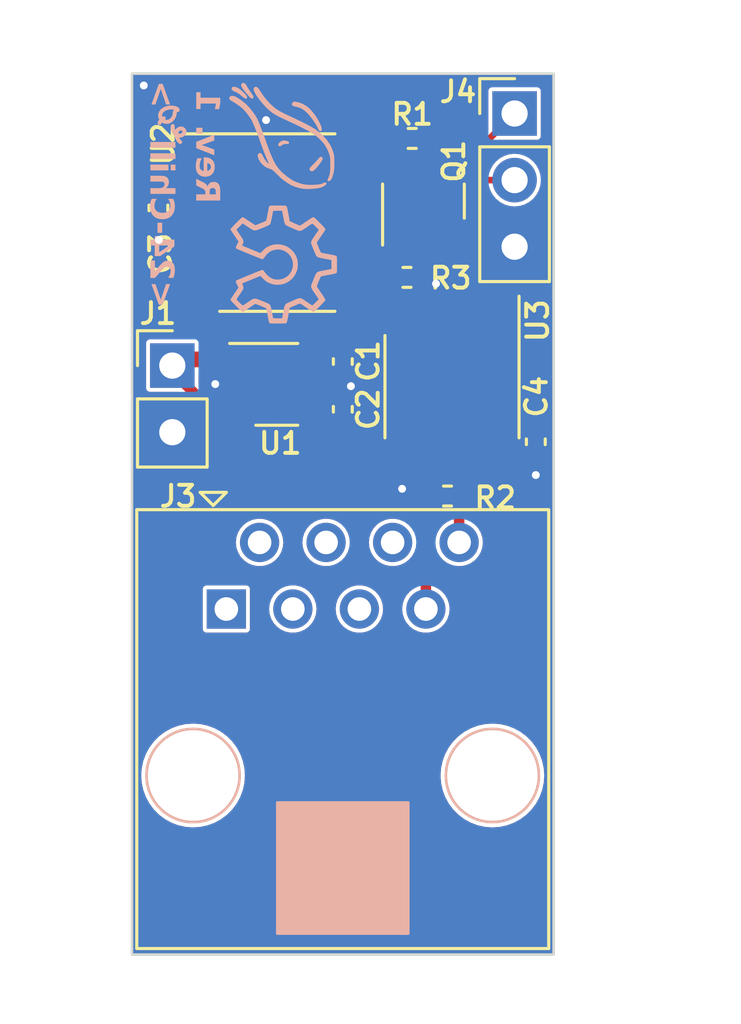
<source format=kicad_pcb>
(kicad_pcb (version 20221018) (generator pcbnew)
  (layers (0 "F.Cu" signal) (31 "B.Cu" signal) (34 "B.Paste" user) (35 "F.Paste" user) (36 "B.SilkS" user "B.Silkscreen") (37 "F.SilkS" user "F.Silkscreen") (38 "B.Mask" user) (39 "F.Mask" user) (44 "Edge.Cuts" user))
  (net 0 "")
  (net 1 "+3V3")
  (net 2 "GND")
  (net 3 "Net-(U1-BP)")
  (net 4 "+5V")
  (net 5 "/SWCLK")
  (net 6 "/SWDIO")
  (net 7 "/RS422+")
  (net 8 "/RS422-")
  (net 13 "/SERVO_OUT_MCU")
  (net 14 "/SERVO_OUT")
  (net 21 "/UART_TX")
  (net 22 "/UART_RX")
  (net 23 "/MAX487_RE")
  (net 24 "/MAX487_DE")
  (footprint "Resistor_SMD:R_0402_1005Metric" (layer "F.Cu") (at 77.2 50.93 180)
    (fp_text reference "R2" (at -1.82 -0.07) (layer "F.SilkS") (effects (font (size 0.8 0.8))))
    (fp_text value "120")
    (pad "1" smd roundrect (at -0.51 0 180) (size 0.54 0.64) (layers "F.Cu" "F.Paste" "F.Mask") (net 8 "/RS422-"))
    (pad "2" smd roundrect (at 0.51 0 180) (size 0.54 0.64) (layers "F.Cu" "F.Paste" "F.Mask") (net 7 "/RS422+"))
  )
  (footprint "Capacitor_SMD:C_0402_1005Metric" (layer "F.Cu") (at 80.57 48.86 -90)
    (fp_text reference "C4" (at -1.72 -0.02 90) (layer "F.SilkS") (effects (font (size 0.8 0.8))))
    (fp_text value "100n")
    (pad "1" smd roundrect (at -0.48 0 270) (size 0.56 0.62) (layers "F.Cu" "F.Paste" "F.Mask") (net 4 "+5V"))
    (pad "2" smd roundrect (at 0.48 0 270) (size 0.56 0.62) (layers "F.Cu" "F.Paste" "F.Mask") (net 2 "GND"))
  )
  (footprint "Case_footprints:TestPoints_1x04_P2.0" (layer "F.Cu") (at 70.49 35.81)
    (fp_text reference "J2" hide)
    (fp_text value "Conn_01x04")
    (pad "1" smd circle (at -3 0) (size 1.4 1.4) (layers "F.Cu" "F.Paste" "F.Mask") (net 1 "+3V3"))
    (pad "2" smd circle (at -1 0) (size 1.4 1.4) (layers "F.Cu" "F.Paste" "F.Mask") (net 2 "GND"))
    (pad "3" smd circle (at 1 0) (size 1.4 1.4) (layers "F.Cu" "F.Paste" "F.Mask") (net 5 "/SWCLK"))
    (pad "4" smd circle (at 3 0) (size 1.4 1.4) (layers "F.Cu" "F.Paste" "F.Mask") (net 6 "/SWDIO"))
  )
  (footprint "Capacitor_SMD:C_0402_1005Metric" (layer "F.Cu") (at 66.16 39.94 -90)
    (fp_text reference "C3" (at 1.75 -0.08 90) (layer "F.SilkS") (effects (font (size 0.8 0.8))))
    (fp_text value "100n")
    (pad "1" smd roundrect (at -0.48 0 270) (size 0.56 0.62) (layers "F.Cu" "F.Paste" "F.Mask") (net 1 "+3V3"))
    (pad "2" smd roundrect (at 0.48 0 270) (size 0.56 0.62) (layers "F.Cu" "F.Paste" "F.Mask") (net 2 "GND"))
  )
  (footprint "Package_TO_SOT_SMD:SOT-23" (layer "F.Cu") (at 76.28 39.68 90)
    (fp_text reference "Q1" (at 1.52 1.16 90) (layer "F.SilkS") (effects (font (size 0.8 0.8))))
    (fp_text value "2N7002")
    (pad "1" smd roundrect (at -0.9375 -0.95 90) (size 1.475 0.6) (layers "F.Cu" "F.Paste" "F.Mask") (net 13 "/SERVO_OUT_MCU"))
    (pad "2" smd roundrect (at -0.9375 0.95 90) (size 1.475 0.6) (layers "F.Cu" "F.Paste" "F.Mask") (net 2 "GND"))
    (pad "3" smd roundrect (at 0.9375 0 90) (size 1.475 0.6) (layers "F.Cu" "F.Paste" "F.Mask") (net 14 "/SERVO_OUT"))
  )
  (footprint "Capacitor_SMD:C_0402_1005Metric" (layer "F.Cu") (at 73.2 47.62 90)
    (fp_text reference "C2" (at 0 0.97 90) (layer "F.SilkS") (effects (font (size 0.8 0.8))))
    (fp_text value "10n")
    (pad "1" smd roundrect (at -0.48 0 90) (size 0.56 0.62) (layers "F.Cu" "F.Paste" "F.Mask") (net 3 "Net-(U1-BP)"))
    (pad "2" smd roundrect (at 0.48 0 90) (size 0.56 0.62) (layers "F.Cu" "F.Paste" "F.Mask") (net 2 "GND"))
  )
  (footprint "Connector_PinHeader_2.54mm:PinHeader_1x03_P2.54mm_Vertical" (layer "F.Cu") (at 79.76 36.34)
    (fp_text reference "J4" (at -2.16 -0.83) (layer "F.SilkS") (effects (font (size 0.8 0.8))))
    (fp_text value "Conn_01x03")
    (pad "1" thru_hole rect (at 0 0) (size 1.7 1.7) (drill 1) (layers "*.Cu" "*.Mask") (net 14 "/SERVO_OUT"))
    (pad "2" thru_hole oval (at 0 2.54) (size 1.7 1.7) (drill 1) (layers "*.Cu" "*.Mask") (net 4 "+5V"))
    (pad "3" thru_hole oval (at 0 5.08) (size 1.7 1.7) (drill 1) (layers "*.Cu" "*.Mask") (net 2 "GND"))
  )
  (footprint "Package_TO_SOT_SMD:SOT-23-5" (layer "F.Cu") (at 70.68 46.67)
    (fp_text reference "U1" (at 0.13 2.25) (layer "F.SilkS") (effects (font (size 0.8 0.8))))
    (fp_text value "SPX3819M5-L-3-3")
    (pad "1" smd roundrect (at -1.1375 -0.95) (size 1.325 0.6) (layers "F.Cu" "F.Paste" "F.Mask") (net 4 "+5V"))
    (pad "2" smd roundrect (at -1.1375 0) (size 1.325 0.6) (layers "F.Cu" "F.Paste" "F.Mask") (net 2 "GND"))
    (pad "3" smd roundrect (at -1.1375 0.95) (size 1.325 0.6) (layers "F.Cu" "F.Paste" "F.Mask") (net 4 "+5V"))
    (pad "4" smd roundrect (at 1.1375 0.95) (size 1.325 0.6) (layers "F.Cu" "F.Paste" "F.Mask") (net 3 "Net-(U1-BP)"))
    (pad "5" smd roundrect (at 1.1375 -0.95) (size 1.325 0.6) (layers "F.Cu" "F.Paste" "F.Mask") (net 1 "+3V3"))
  )
  (footprint "Connector_PinHeader_2.54mm:PinHeader_1x02_P2.54mm_Vertical" (layer "F.Cu") (at 66.69 45.955)
    (fp_text reference "J1" (at -0.55 -1.985) (layer "F.SilkS") (effects (font (size 0.8 0.8))))
    (fp_text value "Conn_01x02")
    (pad "1" thru_hole rect (at 0 0) (size 1.7 1.7) (drill 1) (layers "*.Cu" "*.Mask") (net 4 "+5V"))
    (pad "2" thru_hole oval (at 0 2.54) (size 1.7 1.7) (drill 1) (layers "*.Cu" "*.Mask") (net 2 "GND"))
  )
  (footprint "Connector_RJ:RJ45_OST_PJ012-8P8CX_Vertical" (layer "F.Cu") (at 68.7525 55.24)
    (fp_text reference "J3" (at -1.8425 -4.3) (layer "F.SilkS") (effects (font (size 0.8 0.8))))
    (fp_text value "RJ45")
    (pad "" np_thru_hole circle (at -1.27 6.35) (size 3.65 3.65) (drill 3.45) (layers "*.Cu" "*.SilkS" "*.Mask"))
    (pad "" np_thru_hole circle (at 10.16 6.35) (size 3.65 3.65) (drill 3.45) (layers "*.Cu" "*.SilkS" "*.Mask"))
    (pad "1" thru_hole rect (at 0 0) (size 1.5 1.5) (drill 0.9) (layers "*.Cu" "*.Mask"))
    (pad "2" thru_hole circle (at 1.27 -2.54) (size 1.5 1.5) (drill 0.9) (layers "*.Cu" "*.Mask"))
    (pad "3" thru_hole circle (at 2.54 0) (size 1.5 1.5) (drill 0.9) (layers "*.Cu" "*.Mask"))
    (pad "4" thru_hole circle (at 3.81 -2.54) (size 1.5 1.5) (drill 0.9) (layers "*.Cu" "*.Mask"))
    (pad "5" thru_hole circle (at 5.08 0) (size 1.5 1.5) (drill 0.9) (layers "*.Cu" "*.Mask"))
    (pad "6" thru_hole circle (at 6.35 -2.54) (size 1.5 1.5) (drill 0.9) (layers "*.Cu" "*.Mask"))
    (pad "7" thru_hole circle (at 7.62 0) (size 1.5 1.5) (drill 0.9) (layers "*.Cu" "*.Mask") (net 7 "/RS422+"))
    (pad "8" thru_hole circle (at 8.89 -2.54) (size 1.5 1.5) (drill 0.9) (layers "*.Cu" "*.Mask") (net 8 "/RS422-"))
  )
  (footprint "Capacitor_SMD:C_0402_1005Metric" (layer "F.Cu") (at 73.2 45.8 -90)
    (fp_text reference "C1" (at -0.02 -0.97 90) (layer "F.SilkS") (effects (font (size 0.8 0.8))))
    (fp_text value "4.7u")
    (pad "1" smd roundrect (at -0.48 0 270) (size 0.56 0.62) (layers "F.Cu" "F.Paste" "F.Mask") (net 1 "+3V3"))
    (pad "2" smd roundrect (at 0.48 0 270) (size 0.56 0.62) (layers "F.Cu" "F.Paste" "F.Mask") (net 2 "GND"))
  )
  (footprint "Package_SO:SOIC-8_3.9x4.9mm_P1.27mm" (layer "F.Cu") (at 77.37 46.76 -90)
    (fp_text reference "U3" (at -2.52 -3.27 90) (layer "F.SilkS") (effects (font (size 0.8 0.8))))
    (fp_text value "MAX487E")
    (pad "1" smd roundrect (at -2.475 -1.905 270) (size 1.95 0.6) (layers "F.Cu" "F.Paste" "F.Mask") (net 22 "/UART_RX"))
    (pad "2" smd roundrect (at -2.475 -0.635 270) (size 1.95 0.6) (layers "F.Cu" "F.Paste" "F.Mask") (net 23 "/MAX487_RE"))
    (pad "3" smd roundrect (at -2.475 0.635 270) (size 1.95 0.6) (layers "F.Cu" "F.Paste" "F.Mask") (net 24 "/MAX487_DE"))
    (pad "4" smd roundrect (at -2.475 1.905 270) (size 1.95 0.6) (layers "F.Cu" "F.Paste" "F.Mask") (net 21 "/UART_TX"))
    (pad "5" smd roundrect (at 2.475 1.905 270) (size 1.95 0.6) (layers "F.Cu" "F.Paste" "F.Mask") (net 2 "GND"))
    (pad "6" smd roundrect (at 2.475 0.635 270) (size 1.95 0.6) (layers "F.Cu" "F.Paste" "F.Mask") (net 7 "/RS422+"))
    (pad "7" smd roundrect (at 2.475 -0.635 270) (size 1.95 0.6) (layers "F.Cu" "F.Paste" "F.Mask") (net 8 "/RS422-"))
    (pad "8" smd roundrect (at 2.475 -1.905 270) (size 1.95 0.6) (layers "F.Cu" "F.Paste" "F.Mask") (net 4 "+5V"))
  )
  (footprint "Package_SO:TSSOP-20_4.4x6.5mm_P0.65mm" (layer "F.Cu") (at 70.7 40.5)
    (fp_text reference "U2" (at -4.36 -3 90) (layer "F.SilkS") (effects (font (size 0.8 0.8))))
    (fp_text value "STM32G030F6Px")
    (pad "1" smd roundrect (at -2.8625 -2.925) (size 1.475 0.4) (layers "F.Cu" "F.Paste" "F.Mask"))
    (pad "2" smd roundrect (at -2.8625 -2.275) (size 1.475 0.4) (layers "F.Cu" "F.Paste" "F.Mask"))
    (pad "3" smd roundrect (at -2.8625 -1.625) (size 1.475 0.4) (layers "F.Cu" "F.Paste" "F.Mask"))
    (pad "4" smd roundrect (at -2.8625 -0.975) (size 1.475 0.4) (layers "F.Cu" "F.Paste" "F.Mask") (net 1 "+3V3"))
    (pad "5" smd roundrect (at -2.8625 -0.325) (size 1.475 0.4) (layers "F.Cu" "F.Paste" "F.Mask") (net 2 "GND"))
    (pad "6" smd roundrect (at -2.8625 0.325) (size 1.475 0.4) (layers "F.Cu" "F.Paste" "F.Mask"))
    (pad "7" smd roundrect (at -2.8625 0.975) (size 1.475 0.4) (layers "F.Cu" "F.Paste" "F.Mask"))
    (pad "8" smd roundrect (at -2.8625 1.625) (size 1.475 0.4) (layers "F.Cu" "F.Paste" "F.Mask"))
    (pad "9" smd roundrect (at -2.8625 2.275) (size 1.475 0.4) (layers "F.Cu" "F.Paste" "F.Mask") (net 21 "/UART_TX"))
    (pad "10" smd roundrect (at -2.8625 2.925) (size 1.475 0.4) (layers "F.Cu" "F.Paste" "F.Mask") (net 22 "/UART_RX"))
    (pad "11" smd roundrect (at 2.8625 2.925) (size 1.475 0.4) (layers "F.Cu" "F.Paste" "F.Mask") (net 24 "/MAX487_DE"))
    (pad "12" smd roundrect (at 2.8625 2.275) (size 1.475 0.4) (layers "F.Cu" "F.Paste" "F.Mask") (net 23 "/MAX487_RE"))
    (pad "13" smd roundrect (at 2.8625 1.625) (size 1.475 0.4) (layers "F.Cu" "F.Paste" "F.Mask"))
    (pad "14" smd roundrect (at 2.8625 0.975) (size 1.475 0.4) (layers "F.Cu" "F.Paste" "F.Mask") (net 13 "/SERVO_OUT_MCU"))
    (pad "15" smd roundrect (at 2.8625 0.325) (size 1.475 0.4) (layers "F.Cu" "F.Paste" "F.Mask"))
    (pad "16" smd roundrect (at 2.8625 -0.325) (size 1.475 0.4) (layers "F.Cu" "F.Paste" "F.Mask"))
    (pad "17" smd roundrect (at 2.8625 -0.975) (size 1.475 0.4) (layers "F.Cu" "F.Paste" "F.Mask"))
    (pad "18" smd roundrect (at 2.8625 -1.625) (size 1.475 0.4) (layers "F.Cu" "F.Paste" "F.Mask") (net 6 "/SWDIO"))
    (pad "19" smd roundrect (at 2.8625 -2.275) (size 1.475 0.4) (layers "F.Cu" "F.Paste" "F.Mask") (net 5 "/SWCLK"))
    (pad "20" smd roundrect (at 2.8625 -2.925) (size 1.475 0.4) (layers "F.Cu" "F.Paste" "F.Mask"))
  )
  (footprint "Resistor_SMD:R_0402_1005Metric" (layer "F.Cu") (at 75.85 37.29)
    (fp_text reference "R1" (at 0 -0.92) (layer "F.SilkS") (effects (font (size 0.8 0.8))))
    (fp_text value "4.7k")
    (pad "1" smd roundrect (at -0.51 0) (size 0.54 0.64) (layers "F.Cu" "F.Paste" "F.Mask") (net 4 "+5V"))
    (pad "2" smd roundrect (at 0.51 0) (size 0.54 0.64) (layers "F.Cu" "F.Paste" "F.Mask") (net 14 "/SERVO_OUT"))
  )
  (footprint "Resistor_SMD:R_0402_1005Metric" (layer "F.Cu") (at 75.65 42.59)
    (fp_text reference "R3" (at 1.67 0.03) (layer "F.SilkS") (effects (font (size 0.8 0.8))))
    (fp_text value "1M")
    (pad "1" smd roundrect (at -0.51 0) (size 0.54 0.64) (layers "F.Cu" "F.Paste" "F.Mask") (net 24 "/MAX487_DE"))
    (pad "2" smd roundrect (at 0.51 0) (size 0.54 0.64) (layers "F.Cu" "F.Paste" "F.Mask") (net 2 "GND"))
  )
  (footprint "LOGO" (layer "B.Cu") (at 70.95 42.1 90)
    (fp_text reference "G***" hide)
    (fp_text value "LOGO" hide)
  )
  (footprint "LOGO" (layer "B.Cu") (at 70.79 37.14 90)
    (fp_text reference "G***" hide)
    (fp_text value "LOGO" hide)
  )
  (gr_arc (start 66.989164 37.426374) (mid 66.874205 37.26303) (end 66.851094 37.064629) (stroke (width 0.15)) (layer "B.SilkS"))
  (gr_arc (start 66.520172 36.651041) (mid 66.249174 36.52374) (end 66.311995 36.230997) (stroke (width 0.15)) (layer "B.SilkS"))
  (gr_arc (start 66.761094 37.064629) (mid 66.718526 36.943221) (end 66.705556 36.815223) (stroke (width 0.15)) (layer "B.SilkS"))
  (gr_arc (start 66.341995 36.200997) (mid 66.601392 36.112412) (end 66.870615 36.163923) (stroke (width 0.15)) (layer "B.SilkS"))
  (gr_arc (start 66.779165 36.350283) (mid 66.693853 36.547148) (end 66.511995 36.660997) (stroke (width 0.15)) (layer "B.SilkS"))
  (gr_arc (start 66.2 36.7) (mid 66.268754 36.599418) (end 66.361995 36.520997) (stroke (width 0.15)) (layer "B.SilkS"))
  (gr_arc (start 66.781995 36.320997) (mid 66.815383 36.240368) (end 66.896012 36.20698) (stroke (width 0.15)) (layer "B.SilkS"))
  (gr_rect (start 70.7 62.62) (end 75.7 67.62) (stroke (width 0.1)) (fill solid) (layer "B.SilkS"))
  (gr_arc (start 66.851094 37.042148) (mid 66.933058 36.937503) (end 67.063998 36.91463) (stroke (width 0.15)) (layer "B.SilkS"))
  (gr_arc (start 67.091094 37.144629) (mid 66.917674 37.182369) (end 66.771995 37.080997) (stroke (width 0.15)) (layer "B.SilkS"))
  (gr_arc (start 67.071094 36.92463) (mid 67.154073 37.019044) (end 67.099755 37.132398) (stroke (width 0.15)) (layer "B.SilkS"))
  (gr_rect (start 65.15 34.82) (end 81.25 68.42) (stroke (width 0.1)) (fill none) (layer "Edge.Cuts"))
  (gr_text "<24-Chill" (at 65.7 37.32 270) (layer "B.SilkS") (effects (font (size 0.9 0.9) (thickness 0.18) bold) (justify right bottom mirror)))
  (gr_text ">" (at 65.7 36.13 270) (layer "B.SilkS") (effects (font (size 0.9 0.9) (thickness 0.18) bold) (justify left bottom mirror)))
  (gr_text "Rev. 1" (at 67.45 35.44 -90) (layer "B.SilkS") (effects (font (size 0.9 0.9) (thickness 0.18) bold) (justify right bottom mirror)))
  (segment (start 73.2 44.89) (end 73.01 44.7) (width 0.25) (layer "F.Cu") (net 1))
  (segment (start 65.575 40.045) (end 66.16 39.46) (width 0.25) (layer "F.Cu") (net 1))
  (segment (start 68.8 37.12) (end 68.8 39.11239) (width 0.15) (layer "F.Cu") (net 1))
  (segment (start 67.49 35.81) (end 68.8 37.12) (width 0.15) (layer "F.Cu") (net 1))
  (segment (start 68.38739 39.525) (end 67.8375 39.525) (width 0.15) (layer "F.Cu") (net 1))
  (segment (start 73.2 45.32) (end 73.04 45.48) (width 0.4) (layer "F.Cu") (net 1))
  (segment (start 68.8 39.11239) (end 68.38739 39.525) (width 0.15) (layer "F.Cu") (net 1))
  (segment (start 65.575 42.733102) (end 65.575 40.045) (width 0.25) (layer "F.Cu") (net 1))
  (segment (start 72.0575 45.48) (end 71.8175 45.72) (width 0.4) (layer "F.Cu") (net 1))
  (segment (start 73.2 45.32) (end 73.2 44.89) (width 0.25) (layer "F.Cu") (net 1))
  (segment (start 73.01 44.7) (end 67.541898 44.7) (width 0.25) (layer "F.Cu") (net 1))
  (segment (start 73.04 45.48) (end 72.0575 45.48) (width 0.4) (layer "F.Cu") (net 1))
  (segment (start 66.225 39.525) (end 66.16 39.46) (width 0.25) (layer "F.Cu") (net 1))
  (segment (start 67.8375 39.525) (end 66.225 39.525) (width 0.25) (layer "F.Cu") (net 1))
  (segment (start 67.541898 44.7) (end 65.575 42.733102) (width 0.25) (layer "F.Cu") (net 1))
  (segment (start 66.16 40.42) (end 66.16 41.14) (width 0.25) (layer "F.Cu") (net 2))
  (segment (start 77.23 40.87) (end 77.23 40.6175) (width 0.4) (layer "F.Cu") (net 2))
  (segment (start 68.34 46.67) (end 68.33 46.66) (width 0.4) (layer "F.Cu") (net 2))
  (segment (start 69.5425 46.67) (end 68.34 46.67) (width 0.4) (layer "F.Cu") (net 2))
  (segment (start 66.16 41.14) (end 66.18 41.16) (width 0.25) (layer "F.Cu") (net 2))
  (segment (start 76.76 42.83) (end 76.41 42.83) (width 0.15) (layer "F.Cu") (net 2))
  (segment (start 73.2 46.28) (end 73.2 47.14) (width 0.4) (layer "F.Cu") (net 2))
  (segment (start 80.57 49.34) (end 80.57 50.13) (width 0.4) (layer "F.Cu") (net 2))
  (segment (start 75.465 50.655) (end 75.465 49.235) (width 0.4) (layer "F.Cu") (net 2))
  (segment (start 79.76 41.42) (end 77.78 41.42) (width 0.4) (layer "F.Cu") (net 2))
  (segment (start 66.405 40.175) (end 67.8375 40.175) (width 0.25) (layer "F.Cu") (net 2))
  (segment (start 77.78 41.42) (end 77.23 40.87) (width 0.4) (layer "F.Cu") (net 2))
  (segment (start 66.16 40.42) (end 66.405 40.175) (width 0.25) (layer "F.Cu") (net 2))
  (segment (start 69.49 35.81) (end 70.27 36.59) (width 0.15) (layer "F.Cu") (net 2))
  (segment (start 76.41 42.83) (end 76.17 42.59) (width 0.15) (layer "F.Cu") (net 2))
  (via (at 68.33 46.66) (size 0.6) (drill 0.3) (layers "F.Cu" "B.Cu") (net 2))
  (via (at 70.27 36.59) (size 0.6) (drill 0.3) (layers "F.Cu" "B.Cu") (net 2))
  (via (at 66.18 41.16) (size 0.6) (drill 0.3) (layers "F.Cu" "B.Cu") (net 2))
  (via (at 73.51 46.74) (size 0.6) (drill 0.3) (layers "F.Cu" "B.Cu") (net 2))
  (via (at 76.76 42.83) (size 0.6) (drill 0.3) (layers "F.Cu" "B.Cu") (net 2))
  (via (at 75.465 50.655) (size 0.6) (drill 0.3) (layers "F.Cu" "B.Cu") (net 2))
  (via (at 80.57 50.13) (size 0.6) (drill 0.3) (layers "F.Cu" "B.Cu") (net 2))
  (via (at 65.6 35.27) (size 0.6) (drill 0.3) (layers "F.Cu" "B.Cu") (net 2))
  (segment (start 72.0875 47.89) (end 72.99 47.89) (width 0.4) (layer "F.Cu") (net 3))
  (segment (start 72.99 47.89) (end 73.2 48.1) (width 0.4) (layer "F.Cu") (net 3))
  (segment (start 71.8175 47.62) (end 72.0875 47.89) (width 0.4) (layer "F.Cu") (net 3))
  (segment (start 79.275 48.705) (end 79.275 49.235) (width 0.4) (layer "F.Cu") (net 4))
  (segment (start 66.69 45.955) (end 66.69 46.17) (width 0.4) (layer "F.Cu") (net 4))
  (segment (start 70.655 47.165) (end 70.2 47.62) (width 0.6) (layer "F.Cu") (net 4))
  (segment (start 66.69 46.17) (end 69.36 48.84) (width 0.4) (layer "F.Cu") (net 4))
  (segment (start 76.655 41.385196) (end 78.289804 43.02) (width 0.25) (layer "F.Cu") (net 4))
  (segment (start 75.905 39.849804) (end 76.655 39.849804) (width 0.25) (layer "F.Cu") (net 4))
  (segment (start 75.34 37.29) (end 75.34 39.284804) (width 0.25) (layer "F.Cu") (net 4))
  (segment (start 79.6 48.38) (end 79.275 48.705) (width 0.4) (layer "F.Cu") (net 4))
  (segment (start 66.925 45.72) (end 69.5425 45.72) (width 0.6) (layer "F.Cu") (net 4))
  (segment (start 77.624804 38.88) (end 79.76 38.88) (width 0.25) (layer "F.Cu") (net 4))
  (segment (start 76.655 39.849804) (end 77.624804 38.88) (width 0.25) (layer "F.Cu") (net 4))
  (segment (start 79.67 43.02) (end 80.14 43.49) (width 0.25) (layer "F.Cu") (net 4))
  (segment (start 80.57 47.84) (end 80.57 48.38) (width 0.4) (layer "F.Cu") (net 4))
  (segment (start 80.57 48.38) (end 79.6 48.38) (width 0.4) (layer "F.Cu") (net 4))
  (segment (start 80.14 43.49) (end 80.14 47.41) (width 0.25) (layer "F.Cu") (net 4))
  (segment (start 75.34 39.284804) (end 75.905 39.849804) (width 0.25) (layer "F.Cu") (net 4))
  (segment (start 76.655 39.849804) (end 76.655 41.385196) (width 0.25) (layer "F.Cu") (net 4))
  (segment (start 69.36 48.84) (end 74.173738 48.84) (width 0.4) (layer "F.Cu") (net 4))
  (segment (start 74.173738 48.84) (end 75.603738 47.41) (width 0.4) (layer "F.Cu") (net 4))
  (segment (start 78.289804 43.02) (end 79.67 43.02) (width 0.25) (layer "F.Cu") (net 4))
  (segment (start 66.69 45.955) (end 66.925 45.72) (width 0.6) (layer "F.Cu") (net 4))
  (segment (start 69.5425 45.72) (end 70.204999 45.72) (width 0.6) (layer "F.Cu") (net 4))
  (segment (start 70.2 47.62) (end 69.5425 47.62) (width 0.6) (layer "F.Cu") (net 4))
  (segment (start 70.204999 45.72) (end 70.655 46.170001) (width 0.6) (layer "F.Cu") (net 4))
  (segment (start 75.603738 47.41) (end 80.14 47.41) (width 0.4) (layer "F.Cu") (net 4))
  (segment (start 80.14 47.41) (end 80.57 47.84) (width 0.4) (layer "F.Cu") (net 4))
  (segment (start 70.655 46.170001) (end 70.655 47.165) (width 0.6) (layer "F.Cu") (net 4))
  (segment (start 72.6 36.92) (end 72.6 37.81239) (width 0.15) (layer "F.Cu") (net 5))
  (segment (start 73.01261 38.225) (end 73.5625 38.225) (width 0.15) (layer "F.Cu") (net 5))
  (segment (start 72.6 37.81239) (end 73.01261 38.225) (width 0.15) (layer "F.Cu") (net 5))
  (segment (start 71.49 35.81) (end 72.6 36.92) (width 0.15) (layer "F.Cu") (net 5))
  (segment (start 74.525 38.46239) (end 74.11239 38.875) (width 0.15) (layer "F.Cu") (net 6))
  (segment (start 74.11239 38.875) (end 73.5625 38.875) (width 0.15) (layer "F.Cu") (net 6))
  (segment (start 73.49 35.81) (end 74.525 36.845) (width 0.15) (layer "F.Cu") (net 6))
  (segment (start 74.525 36.845) (end 74.525 38.46239) (width 0.15) (layer "F.Cu") (net 6))
  (segment (start 76.69 50.93) (end 76.3725 51.2475) (width 0.4) (layer "F.Cu") (net 7))
  (segment (start 76.735 49.235) (end 76.735 50.885) (width 0.4) (layer "F.Cu") (net 7))
  (segment (start 76.735 50.885) (end 76.69 50.93) (width 0.4) (layer "F.Cu") (net 7))
  (segment (start 76.3725 51.2475) (end 76.3725 55.24) (width 0.4) (layer "F.Cu") (net 7))
  (segment (start 77.6425 52.7) (end 77.6425 50.9975) (width 0.4) (layer "F.Cu") (net 8))
  (segment (start 77.71 50.93) (end 77.71 49.53) (width 0.4) (layer "F.Cu") (net 8))
  (segment (start 77.6425 50.9975) (end 77.71 50.93) (width 0.4) (layer "F.Cu") (net 8))
  (segment (start 77.71 49.53) (end 78.005 49.235) (width 0.4) (layer "F.Cu") (net 8))
  (segment (start 74.885 41.475) (end 75.33 41.03) (width 0.15) (layer "F.Cu") (net 13))
  (segment (start 73.5625 41.475) (end 74.885 41.475) (width 0.15) (layer "F.Cu") (net 13))
  (segment (start 75.33 41.03) (end 75.33 40.6175) (width 0.15) (layer "F.Cu") (net 13))
  (segment (start 76.36 38.6625) (end 76.28 38.7425) (width 0.25) (layer "F.Cu") (net 14))
  (segment (start 76.36 37.29) (end 78.81 37.29) (width 0.25) (layer "F.Cu") (net 14))
  (segment (start 78.81 37.29) (end 79.76 36.34) (width 0.25) (layer "F.Cu") (net 14))
  (segment (start 76.36 37.29) (end 76.36 38.6625) (width 0.25) (layer "F.Cu") (net 14))
  (segment (start 75.13 43.95) (end 75.465 44.285) (width 0.15) (layer "F.Cu") (net 21))
  (segment (start 67.8375 42.775) (end 68.395 42.775) (width 0.15) (layer "F.Cu") (net 21))
  (segment (start 68.395 42.775) (end 69.57 43.95) (width 0.15) (layer "F.Cu") (net 21))
  (segment (start 69.57 43.95) (end 75.13 43.95) (width 0.15) (layer "F.Cu") (net 21))
  (segment (start 75.465 44.285) (end 75.465 44.435) (width 0.15) (layer "F.Cu") (net 21))
  (segment (start 79.275 44.875) (end 79.275 44.285) (width 0.15) (layer "F.Cu") (net 22))
  (segment (start 68.355 43.425) (end 69.18 44.25) (width 0.15) (layer "F.Cu") (net 22))
  (segment (start 69.18 44.25) (end 73.920514 44.25) (width 0.15) (layer "F.Cu") (net 22))
  (segment (start 67.8375 43.425) (end 68.355 43.425) (width 0.15) (layer "F.Cu") (net 22))
  (segment (start 73.920514 44.25) (end 75.230514 45.56) (width 0.15) (layer "F.Cu") (net 22))
  (segment (start 78.59 45.56) (end 79.275 44.875) (width 0.15) (layer "F.Cu") (net 22))
  (segment (start 75.230514 45.56) (end 78.59 45.56) (width 0.15) (layer "F.Cu") (net 22))
  (segment (start 78.005 43.23017) (end 78.005 44.285) (width 0.15) (layer "F.Cu") (net 23))
  (segment (start 76.60483 41.83) (end 78.005 43.23017) (width 0.15) (layer "F.Cu") (net 23))
  (segment (start 75.07 41.83) (end 76.60483 41.83) (width 0.15) (layer "F.Cu") (net 23))
  (segment (start 73.5625 42.775) (end 74.125 42.775) (width 0.15) (layer "F.Cu") (net 23))
  (segment (start 74.125 42.775) (end 75.07 41.83) (width 0.15) (layer "F.Cu") (net 23))
  (segment (start 75.469743 42.780257) (end 75.280257 42.780257) (width 0.15) (layer "F.Cu") (net 24))
  (segment (start 75.280257 42.780257) (end 75.28 42.78) (width 0.15) (layer "F.Cu") (net 24))
  (segment (start 74.205 43.425) (end 73.5625 43.425) (width 0.15) (layer "F.Cu") (net 24))
  (segment (start 75.889486 43.2) (end 75.469743 42.780257) (width 0.15) (layer "F.Cu") (net 24))
  (segment (start 75.469743 42.780257) (end 75.279486 42.59) (width 0.15) (layer "F.Cu") (net 24))
  (segment (start 76.28 43.2) (end 75.889486 43.2) (width 0.15) (layer "F.Cu") (net 24))
  (segment (start 75.279486 42.59) (end 75.04 42.59) (width 0.15) (layer "F.Cu") (net 24))
  (segment (start 76.735 43.655) (end 76.28 43.2) (width 0.15) (layer "F.Cu") (net 24))
  (segment (start 76.735 44.285) (end 76.735 43.655) (width 0.15) (layer "F.Cu") (net 24))
  (segment (start 75.04 42.59) (end 74.205 43.425) (width 0.15) (layer "F.Cu") (net 24))
  (zone (net 2) (net_name "GND") (layers "F&B.Cu") (connect_pads yes (clearance 0.15)) (min_thickness 0.15) (fill yes (thermal_gap 0.5) (thermal_bridge_width 0.5))
    (polygon (pts (xy 60.11 32.01) (xy 60.18 70.77) (xy 88.42 71.08) (xy 87.42 32.32)))
  )
)
</source>
